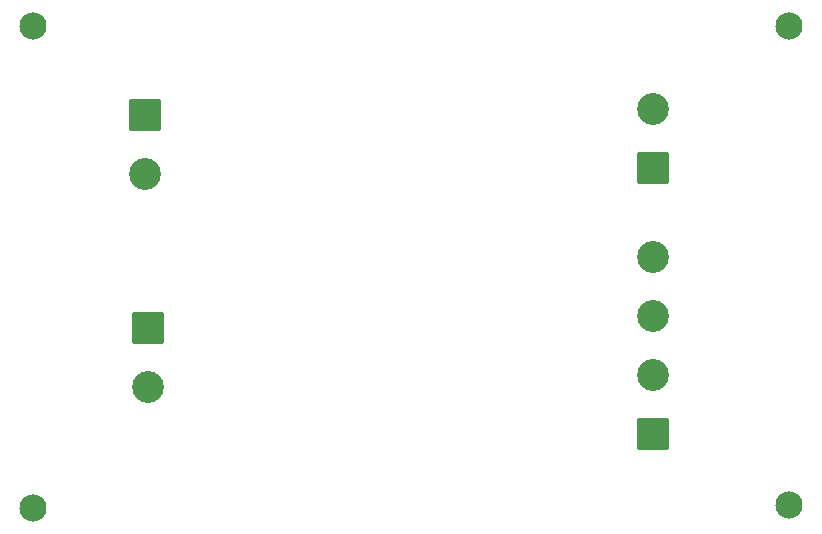
<source format=gbr>
%TF.GenerationSoftware,KiCad,Pcbnew,8.0.6*%
%TF.CreationDate,2025-11-11T21:27:36-08:00*%
%TF.ProjectId,I2S_Dac,4932535f-4461-4632-9e6b-696361645f70,rev?*%
%TF.SameCoordinates,Original*%
%TF.FileFunction,Soldermask,Bot*%
%TF.FilePolarity,Negative*%
%FSLAX46Y46*%
G04 Gerber Fmt 4.6, Leading zero omitted, Abs format (unit mm)*
G04 Created by KiCad (PCBNEW 8.0.6) date 2025-11-11 21:27:36*
%MOMM*%
%LPD*%
G01*
G04 APERTURE LIST*
G04 Aperture macros list*
%AMRoundRect*
0 Rectangle with rounded corners*
0 $1 Rounding radius*
0 $2 $3 $4 $5 $6 $7 $8 $9 X,Y pos of 4 corners*
0 Add a 4 corners polygon primitive as box body*
4,1,4,$2,$3,$4,$5,$6,$7,$8,$9,$2,$3,0*
0 Add four circle primitives for the rounded corners*
1,1,$1+$1,$2,$3*
1,1,$1+$1,$4,$5*
1,1,$1+$1,$6,$7*
1,1,$1+$1,$8,$9*
0 Add four rect primitives between the rounded corners*
20,1,$1+$1,$2,$3,$4,$5,0*
20,1,$1+$1,$4,$5,$6,$7,0*
20,1,$1+$1,$6,$7,$8,$9,0*
20,1,$1+$1,$8,$9,$2,$3,0*%
G04 Aperture macros list end*
%ADD10RoundRect,0.050800X1.300000X-1.300000X1.300000X1.300000X-1.300000X1.300000X-1.300000X-1.300000X0*%
%ADD11C,2.701600*%
%ADD12RoundRect,0.050800X-1.300000X1.300000X-1.300000X-1.300000X1.300000X-1.300000X1.300000X1.300000X0*%
%ADD13C,2.301600*%
G04 APERTURE END LIST*
D10*
%TO.C,J1*%
X147500000Y-90500000D03*
D11*
X147500000Y-85500000D03*
X147500000Y-80500000D03*
X147500000Y-75500000D03*
%TD*%
D12*
%TO.C,J3*%
X104695000Y-81500000D03*
D11*
X104695000Y-86500000D03*
%TD*%
D12*
%TO.C,J2*%
X104500000Y-63500000D03*
D11*
X104500000Y-68500000D03*
%TD*%
D13*
%TO.C,H4*%
X159000000Y-96500000D03*
%TD*%
%TO.C,H3*%
X159000000Y-56000000D03*
%TD*%
%TO.C,H2*%
X95000000Y-96745000D03*
%TD*%
%TO.C,H1*%
X95000000Y-56000000D03*
%TD*%
D10*
%TO.C,J4*%
X147500000Y-68000000D03*
D11*
X147500000Y-63000000D03*
%TD*%
M02*

</source>
